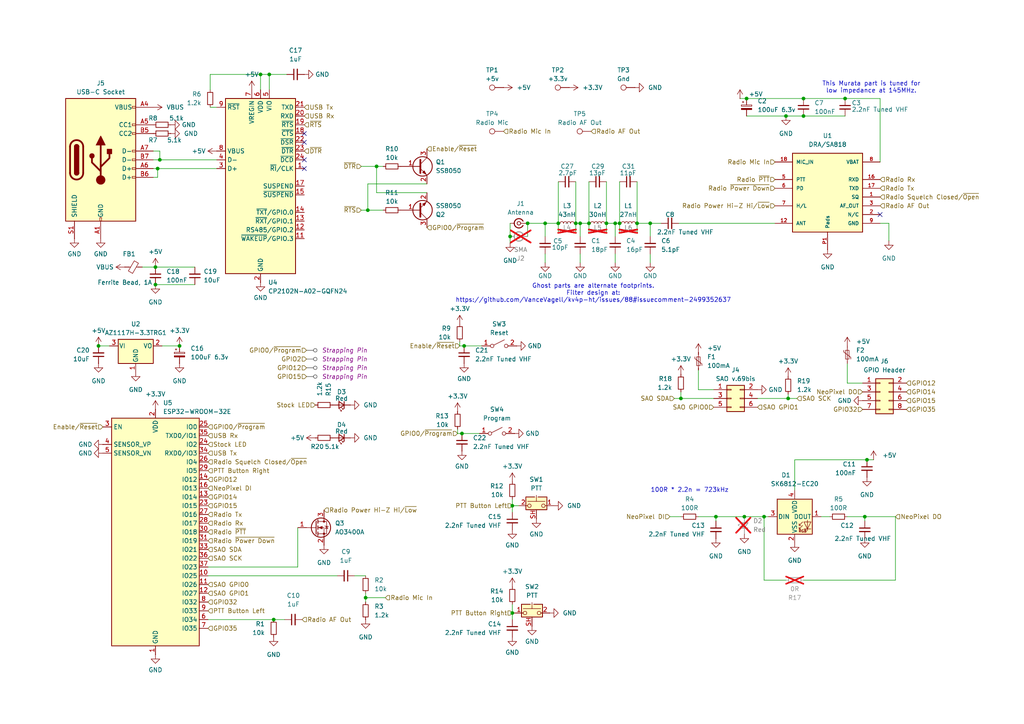
<source format=kicad_sch>
(kicad_sch (version 20231120) (generator "eeschema") (generator_version "8.0")
  (paper "A4")
  (title_block (title "kv4P HT") (date "2024-11-06") (rev "2.0b") (company "VanceVagell") (comment 1 "https://github.com/VanceVagell/kv4p-ht") (comment 2 "v2 hardware by @SmittyHalibut"))
  (junction (at 251.46 133.35))
  (junction (at 179.705 64.77))
  (junction (at 221.615 149.86))
  (junction (at 148.59 146.685))
  (junction (at 133.985 125.73))
  (junction (at 233.045 28.575))
  (junction (at 228.6 115.57))
  (junction (at 45.085 82.55))
  (junction (at 153.035 64.77))
  (junction (at 28.575 100.33))
  (junction (at 46.355 46.355))
  (junction (at 227.965 33.655))
  (junction (at 207.645 149.86))
  (junction (at 52.07 100.33))
  (junction (at 184.785 64.77))
  (junction (at 215.9 149.86))
  (junction (at 158.115 64.77))
  (junction (at 178.435 64.77))
  (junction (at 75.565 21.59))
  (junction (at 106.045 173.355))
  (junction (at 147.955 68.58))
  (junction (at 45.72 48.895))
  (junction (at 148.59 177.8))
  (junction (at 45.085 77.47))
  (junction (at 197.485 115.57))
  (junction (at 245.11 28.575))
  (junction (at 175.895 64.77))
  (junction (at 250.825 149.86))
  (junction (at 109.22 48.26))
  (junction (at 161.925 64.77))
  (junction (at 168.275 64.77))
  (junction (at 233.045 33.655))
  (junction (at 134.62 100.33))
  (junction (at 216.535 28.575))
  (junction (at 167.005 64.77))
  (junction (at 188.595 64.77))
  (junction (at 78.105 21.59))
  (junction (at 106.68 60.96))
  (junction (at 170.815 64.77))
  (junction (at 79.375 179.705))
  (no_connect (at 88.265 46.355))
  (no_connect (at 88.265 41.275))
  (no_connect (at 255.27 62.23))
  (no_connect (at 88.265 38.735))
  (no_connect (at 88.265 48.895))
  (wire (pts (xy 196.85 64.77) (xy 224.79 64.77)))
  (wire (pts (xy 75.565 21.59) (xy 78.105 21.59)))
  (wire (pts (xy 178.435 64.77) (xy 179.705 64.77)))
  (wire (pts (xy 104.775 60.96) (xy 106.68 60.96)))
  (wire (pts (xy 228.6 115.57) (xy 231.14 115.57)))
  (wire (pts (xy 197.485 115.57) (xy 207.01 115.57)))
  (wire (pts (xy 175.895 64.77) (xy 178.435 64.77)))
  (wire (pts (xy 202.565 107.315) (xy 202.565 113.03)))
  (wire (pts (xy 123.825 55.88) (xy 109.22 55.88)))
  (wire (pts (xy 228.6 114.3) (xy 228.6 115.57)))
  (wire (pts (xy 170.815 64.77) (xy 170.815 67.31)))
  (wire (pts (xy 46.99 100.33) (xy 52.07 100.33)))
  (wire (pts (xy 147.955 64.77) (xy 147.955 68.58)))
  (wire (pts (xy 245.745 111.125) (xy 250.19 111.125)))
  (wire (pts (xy 168.275 73.66) (xy 168.275 76.2)))
  (wire (pts (xy 184.785 64.77) (xy 184.785 67.31)))
  (wire (pts (xy 175.895 52.705) (xy 175.895 64.77)))
  (wire (pts (xy 132.715 125.73) (xy 132.715 124.46)))
  (wire (pts (xy 184.785 52.705) (xy 184.785 64.77)))
  (wire (pts (xy 178.435 64.77) (xy 178.435 68.58)))
  (wire (pts (xy 123.825 53.34) (xy 106.68 53.34)))
  (wire (pts (xy 219.71 115.57) (xy 228.6 115.57)))
  (wire (pts (xy 106.045 173.355) (xy 106.045 174.625)))
  (wire (pts (xy 175.895 64.77) (xy 175.895 67.31)))
  (wire (pts (xy 44.45 48.895) (xy 45.72 48.895)))
  (wire (pts (xy 41.275 77.47) (xy 45.085 77.47)))
  (wire (pts (xy 216.535 33.655) (xy 227.965 33.655)))
  (wire (pts (xy 202.565 149.86) (xy 207.645 149.86)))
  (wire (pts (xy 259.715 168.275) (xy 259.715 149.86)))
  (wire (pts (xy 195.58 115.57) (xy 197.485 115.57)))
  (wire (pts (xy 148.59 177.8) (xy 149.225 177.8)))
  (wire (pts (xy 238.125 149.86) (xy 240.665 149.86)))
  (wire (pts (xy 148.59 144.78) (xy 148.59 146.685)))
  (wire (pts (xy 147.955 68.58) (xy 147.955 70.485)))
  (wire (pts (xy 227.965 33.655) (xy 233.045 33.655)))
  (wire (pts (xy 106.68 60.96) (xy 111.125 60.96)))
  (wire (pts (xy 148.59 179.705) (xy 148.59 177.8)))
  (wire (pts (xy 188.595 64.77) (xy 188.595 68.58)))
  (wire (pts (xy 233.045 28.575) (xy 245.11 28.575)))
  (wire (pts (xy 215.9 149.86) (xy 221.615 149.86)))
  (wire (pts (xy 245.11 28.575) (xy 255.27 28.575)))
  (wire (pts (xy 133.35 100.33) (xy 133.35 99.06)))
  (wire (pts (xy 60.96 31.115) (xy 62.865 31.115)))
  (wire (pts (xy 168.275 64.77) (xy 170.815 64.77)))
  (wire (pts (xy 221.615 149.86) (xy 221.615 168.275)))
  (wire (pts (xy 45.72 51.435) (xy 45.72 48.895)))
  (wire (pts (xy 109.22 55.88) (xy 109.22 48.26)))
  (wire (pts (xy 45.085 77.47) (xy 56.515 77.47)))
  (wire (pts (xy 158.115 64.77) (xy 161.925 64.77)))
  (wire (pts (xy 46.355 43.815) (xy 46.355 46.355)))
  (wire (pts (xy 188.595 64.77) (xy 191.77 64.77)))
  (wire (pts (xy 44.45 43.815) (xy 46.355 43.815)))
  (wire (pts (xy 167.005 64.77) (xy 168.275 64.77)))
  (wire (pts (xy 133.985 125.73) (xy 132.715 125.73)))
  (wire (pts (xy 158.115 64.77) (xy 158.115 68.58)))
  (wire (pts (xy 150.495 146.685) (xy 148.59 146.685)))
  (wire (pts (xy 170.815 52.705) (xy 170.815 64.77)))
  (wire (pts (xy 109.22 48.26) (xy 111.125 48.26)))
  (wire (pts (xy 230.505 133.35) (xy 230.505 142.24)))
  (wire (pts (xy 161.925 64.77) (xy 161.925 67.31)))
  (wire (pts (xy 45.72 48.895) (xy 62.865 48.895)))
  (wire (pts (xy 245.745 149.86) (xy 250.825 149.86)))
  (wire (pts (xy 158.115 73.66) (xy 158.115 76.2)))
  (wire (pts (xy 178.435 73.66) (xy 178.435 76.2)))
  (wire (pts (xy 44.45 46.355) (xy 46.355 46.355)))
  (wire (pts (xy 153.035 64.77) (xy 158.115 64.77)))
  (wire (pts (xy 184.785 64.77) (xy 188.595 64.77)))
  (wire (pts (xy 167.005 64.77) (xy 167.005 67.31)))
  (wire (pts (xy 60.96 21.59) (xy 60.96 26.035)))
  (wire (pts (xy 216.535 28.575) (xy 233.045 28.575)))
  (wire (pts (xy 102.87 167.005) (xy 106.045 167.005)))
  (wire (pts (xy 148.59 175.26) (xy 148.59 177.8)))
  (wire (pts (xy 188.595 73.66) (xy 188.595 76.2)))
  (wire (pts (xy 168.275 64.77) (xy 168.275 68.58)))
  (wire (pts (xy 79.375 179.705) (xy 60.325 179.705)))
  (wire (pts (xy 202.565 113.03) (xy 207.01 113.03)))
  (wire (pts (xy 148.59 146.685) (xy 148.59 148.59)))
  (wire (pts (xy 257.81 64.77) (xy 257.81 69.85)))
  (wire (pts (xy 75.565 26.035) (xy 75.565 21.59)))
  (wire (pts (xy 134.62 100.33) (xy 139.7 100.33)))
  (wire (pts (xy 179.705 52.705) (xy 179.705 64.77)))
  (wire (pts (xy 60.325 167.005) (xy 97.79 167.005)))
  (wire (pts (xy 134.62 100.33) (xy 133.35 100.33)))
  (wire (pts (xy 255.27 64.77) (xy 257.81 64.77)))
  (wire (pts (xy 28.575 100.33) (xy 31.75 100.33)))
  (wire (pts (xy 60.325 164.465) (xy 86.36 164.465)))
  (wire (pts (xy 106.045 172.085) (xy 106.045 173.355)))
  (wire (pts (xy 106.045 173.355) (xy 111.76 173.355)))
  (wire (pts (xy 179.705 64.77) (xy 179.705 67.31)))
  (wire (pts (xy 251.46 133.35) (xy 230.505 133.35)))
  (wire (pts (xy 44.45 51.435) (xy 45.72 51.435)))
  (wire (pts (xy 133.985 125.73) (xy 139.065 125.73)))
  (wire (pts (xy 253.365 133.35) (xy 251.46 133.35)))
  (wire (pts (xy 207.645 149.86) (xy 207.645 151.13)))
  (wire (pts (xy 78.105 21.59) (xy 83.185 21.59)))
  (wire (pts (xy 255.27 46.99) (xy 255.27 28.575)))
  (wire (pts (xy 194.31 149.86) (xy 197.485 149.86)))
  (wire (pts (xy 86.36 164.465) (xy 86.36 153.035)))
  (wire (pts (xy 250.825 149.86) (xy 259.715 149.86)))
  (wire (pts (xy 106.68 53.34) (xy 106.68 60.96)))
  (wire (pts (xy 221.615 149.86) (xy 222.885 149.86)))
  (wire (pts (xy 104.775 48.26) (xy 109.22 48.26)))
  (wire (pts (xy 207.645 149.86) (xy 215.9 149.86)))
  (wire (pts (xy 153.035 64.77) (xy 153.035 68.58)))
  (wire (pts (xy 167.005 52.705) (xy 167.005 64.77)))
  (wire (pts (xy 161.925 52.705) (xy 161.925 64.77)))
  (wire (pts (xy 245.745 105.41) (xy 245.745 111.125)))
  (wire (pts (xy 45.085 82.55) (xy 56.515 82.55)))
  (wire (pts (xy 250.825 149.86) (xy 250.825 151.13)))
  (wire (pts (xy 233.045 33.655) (xy 245.11 33.655)))
  (wire (pts (xy 197.485 113.665) (xy 197.485 115.57)))
  (wire (pts (xy 46.355 46.355) (xy 62.865 46.355)))
  (wire (pts (xy 82.55 179.705) (xy 79.375 179.705)))
  (wire (pts (xy 78.105 26.035) (xy 78.105 21.59)))
  (wire (pts (xy 233.045 168.275) (xy 259.715 168.275)))
  (wire (pts (xy 214.63 28.575) (xy 216.535 28.575)))
  (wire (pts (xy 75.565 21.59) (xy 60.96 21.59)))
  (wire (pts (xy 221.615 168.275) (xy 227.965 168.275)))
  (text "Ghost parts are alternate footprints.\nFilter design at:\nhttps://github.com/VanceVagell/kv4p-ht/issues/88#issuecomment-2499352637" (at 172.085 85.09 0) (effects (font (size 1.27 1.27))))
  (text "100R * 2.2n = 723kHz" (at 200.025 142.24 0) (effects (font (size 1.27 1.27))))
  (text "This Murata part is tuned for\nlow impedance at 145MHz." (at 252.73 25.4 0) (effects (font (size 1.27 1.27))))
  (hierarchical_label "Enable{slash}~{Reset}" (shape input) (at 133.35 100.33 180))
  (hierarchical_label "SAO SCK" (shape input) (at 60.325 161.925 0))
  (hierarchical_label "Radio Squelch Closed{slash}~{Open}" (shape input) (at 60.325 133.985 0))
  (hierarchical_label "GPIO12" (shape input) (at 262.89 111.125 0))
  (hierarchical_label "~{RTS}" (shape input) (at 88.265 36.195 0))
  (hierarchical_label "Radio Rx" (shape input) (at 255.27 52.07 0))
  (hierarchical_label "Radio Rx" (shape input) (at 60.325 151.765 0))
  (hierarchical_label "GPIO12" (shape input) (at 88.9 106.68 180))
  (hierarchical_label "~{RTS}" (shape input) (at 104.775 60.96 180))
  (hierarchical_label "GPIO2" (shape input) (at 88.9 104.14 180))
  (hierarchical_label "PTT Button Right" (shape input) (at 60.325 136.525 0))
  (hierarchical_label "~{DTR}" (shape input) (at 104.775 48.26 180))
  (hierarchical_label "GPIO32" (shape input) (at 250.19 118.745 180))
  (hierarchical_label "GPIO14" (shape input) (at 262.89 113.665 0))
  (hierarchical_label "GPIO0{slash}~{Program}" (shape input) (at 123.825 66.04 0))
  (hierarchical_label "Enable{slash}~{Reset}" (shape input) (at 29.845 123.825 180))
  (hierarchical_label "Stock LED" (shape input) (at 60.325 128.905 0))
  (hierarchical_label "USB Tx" (shape input) (at 60.325 131.445 0))
  (hierarchical_label "NeoPixel DO" (shape input) (at 259.715 149.86 0))
  (hierarchical_label "Radio AF Out" (shape input) (at 255.27 59.69 0))
  (hierarchical_label "GPIO0{slash}~{Program}" (shape input) (at 132.715 125.73 180))
  (hierarchical_label "USB Tx" (shape input) (at 88.265 31.115 0))
  (hierarchical_label "GPIO32" (shape input) (at 60.325 174.625 0))
  (hierarchical_label "GPIO12" (shape input) (at 60.325 139.065 0))
  (hierarchical_label "PTT Button Left" (shape input) (at 148.59 146.685 180))
  (hierarchical_label "Radio Mic In" (shape input) (at 111.76 173.355 0))
  (hierarchical_label "GPIO0{slash}~{Program}" (shape input) (at 60.325 123.825 0))
  (hierarchical_label "SAO SDA" (shape input) (at 195.58 115.57 180))
  (hierarchical_label "SAO SCK" (shape input) (at 231.14 115.57 0))
  (hierarchical_label "GPIO15" (shape input) (at 262.89 116.205 0))
  (hierarchical_label "Radio Squelch Closed{slash}~{Open}" (shape input) (at 255.27 57.15 0))
  (hierarchical_label "SAO GPIO0" (shape input) (at 60.325 169.545 0))
  (hierarchical_label "SAO GPIO0" (shape input) (at 207.01 118.11 180))
  (hierarchical_label "Enable{slash}~{Reset}" (shape input) (at 123.825 43.18 0))
  (hierarchical_label "Stock LED" (shape input) (at 91.44 117.475 180))
  (hierarchical_label "Radio Power Hi-Z Hi{slash}~{Low}" (shape input) (at 93.98 147.955 0))
  (hierarchical_label "PTT Button Right" (shape input) (at 148.59 177.8 180))
  (hierarchical_label "USB Rx" (shape input) (at 88.265 33.655 0))
  (hierarchical_label "USB Rx" (shape input) (at 60.325 126.365 0))
  (hierarchical_label "Radio Tx" (shape input) (at 60.325 149.225 0))
  (hierarchical_label "Radio AF Out" (shape input) (at 171.45 38.1 0))
  (hierarchical_label "Radio Mic In" (shape input) (at 224.79 46.99 180))
  (hierarchical_label "GPIO15" (shape input) (at 88.9 109.22 180))
  (hierarchical_label "Radio Power Hi-Z Hi{slash}~{Low}" (shape input) (at 224.79 59.69 180))
  (hierarchical_label "GPIO35" (shape input) (at 262.89 118.745 0))
  (hierarchical_label "NeoPixel DO" (shape input) (at 250.19 113.665 180))
  (hierarchical_label "PTT Button Left" (shape input) (at 60.325 177.165 0))
  (hierarchical_label "NeoPixel DI" (shape input) (at 60.325 141.605 0))
  (hierarchical_label "GPIO14" (shape input) (at 60.325 144.145 0))
  (hierarchical_label "Radio AF Out" (shape input) (at 87.63 179.705 0))
  (hierarchical_label "NeoPixel DI" (shape input) (at 194.31 149.86 180))
  (hierarchical_label "SAO GPIO1" (shape input) (at 60.325 172.085 0))
  (hierarchical_label "Radio ~{PTT}" (shape input) (at 224.79 52.07 180))
  (hierarchical_label "Radio ~{Power Down}" (shape input) (at 224.79 54.61 180))
  (hierarchical_label "GPIO15" (shape input) (at 60.325 146.685 0))
  (hierarchical_label "GPIO0{slash}~{Program}" (shape input) (at 88.9 101.6 180))
  (hierarchical_label "~{DTR}" (shape input) (at 88.265 43.815 0))
  (hierarchical_label "Radio Tx" (shape input) (at 255.27 54.61 0))
  (hierarchical_label "GPIO35" (shape input) (at 60.325 182.245 0))
  (hierarchical_label "SAO SDA" (shape input) (at 60.325 159.385 0))
  (hierarchical_label "Radio Mic In" (shape input) (at 146.05 38.1 0))
  (hierarchical_label "SAO GPIO1" (shape input) (at 219.71 118.11 0))
  (hierarchical_label "Radio ~{Power Down}" (shape input) (at 60.325 156.845 0))
  (hierarchical_label "Radio ~{PTT}" (shape input) (at 60.325 154.305 0))
  (netclass_flag "" (length 2.54) (shape round) (at 88.9 104.14 270) (property "Netclass" "Strapping Pin" (at 93.345 104.14 0) (effects (font (italic yes)) (justify left))))
  (netclass_flag "" (length 2.54) (shape round) (at 88.9 101.6 270) (property "Netclass" "Strapping Pin" (at 93.345 101.6 0) (effects (font (italic yes)) (justify left))))
  (netclass_flag "" (length 2.54) (shape round) (at 88.9 109.22 270) (property "Netclass" "Strapping Pin" (at 93.345 109.22 0) (effects (font (italic yes)) (justify left))))
  (netclass_flag "" (length 2.54) (shape round) (at 88.9 106.68 270) (property "Netclass" "Strapping Pin" (at 93.345 106.68 0) (effects (font (italic yes)) (justify left))))
  (symbol (lib_id "power:+5V") (at 91.44 127 90) (unit 1)
    (property "Reference" "#PWR056" (effects (hide yes)))
    (property "Value" "+5V" (at 88.265 126.9999 90) (effects (justify left)))
    (property "Description" "Power symbol creates a global label with name \"+5V\"" (effects (hide yes)))
  )
  (symbol (lib_id "Device:LED_Small") (at 99.06 117.475 180) (unit 1)
    (property "Reference" "D3" (at 99.06 113.665 0))
    (property "Value" "Red" (at 99.06 115.57 0))
    (property "Footprint" "LED_SMD:LED_0603_1608Metric" (effects (hide yes)))
    (property "Description" "Light emitting diode, small symbol" (effects (hide yes)))
    (property "LCSC" "C2286" (effects (hide yes)))
  )
  (symbol (lib_id "Device:L_Small") (at 164.465 64.77 90) (unit 1)
    (property "Reference" "L3" (at 164.465 59.69 90))
    (property "Value" "43nH" (at 164.465 62.23 90))
    (property "Footprint" "Inductor_SMD:L_0603_1608Metric" (effects (hide yes)))
    (property "LCSC" "C574016" (effects (hide yes)))
    (property "Part Number" "SWI0603F-43NG" (effects (hide yes)))
    (property "Alternate LCSC" "C1330253 (0805)" (effects (hide yes)))
  )
  (symbol (lib_id "Interface_USB:CP2102N-Axx-xQFN24") (at 75.565 53.975 0) (unit 1)
    (property "Reference" "U4" (at 77.7591 81.915 0) (effects (justify left)))
    (property "Value" "CP2102N-A02-GQFN24" (at 77.7591 84.455 0) (effects (justify left)))
    (property "Footprint" "Package_DFN_QFN:QFN-24-1EP_4x4mm_P0.5mm_EP2.6x2.6mm" (effects (hide yes)))
    (property "Datasheet" "https://www.silabs.com/documents/public/data-sheets/cp2102n-datasheet.pdf" (effects (hide yes)))
    (property "Description" "USB to UART master bridge, QFN-24" (effects (hide yes)))
    (property "LCSC" "C969151" (effects (hide yes)))
  )
  (symbol (lib_id "power:GND") (at 207.645 156.21 0) (unit 1)
    (property "Reference" "#PWR018" (effects (hide yes)))
    (property "Value" "GND" (at 207.645 161.29 0))
    (property "Description" "Power symbol creates a global label with name \"GND\" , ground" (effects (hide yes)))
  )
  (symbol (lib_id "Device:R_Small") (at 113.665 60.96 270) (unit 1)
    (property "Reference" "R11" (at 113.665 55.88 90))
    (property "Value" "10k" (at 113.665 58.42 90))
    (property "Footprint" "Resistor_SMD:R_0603_1608Metric" (effects (hide yes)))
    (property "LCSC" "C25804" (effects (hide yes)))
  )
  (symbol (lib_id "power:+5V") (at 253.365 133.35 0) (unit 1)
    (property "Reference" "#PWR014" (effects (hide yes)))
    (property "Value" "+5V" (at 255.905 132.0799 0) (effects (justify left)))
    (property "Description" "Power symbol creates a global label with name \"+5V\"" (effects (hide yes)))
  )
  (symbol (lib_id "Device:C_Polarized_Small") (at 52.07 102.87 0) (unit 1)
    (property "Reference" "C16" (at 55.245 101.0538 0) (effects (justify left)))
    (property "Value" "100uF 6.3v" (at 55.245 103.5938 0) (effects (justify left)))
    (property "Footprint" "Capacitor_Tantalum_SMD:CP_EIA-3528-21_Kemet-B" (effects (hide yes)))
    (property "Description" "Polarized capacitor, small symbol" (effects (hide yes)))
    (property "LCSC" "C16133" (effects (hide yes)))
  )
  (symbol (lib_id "Device:C_Small") (at 168.275 71.12 180) (unit 1)
    (property "Reference" "C1" (at 171.45 69.8435 0) (effects (justify right)))
    (property "Value" "18pF" (at 171.45 72.3835 0) (effects (justify right)))
    (property "Footprint" "Capacitor_SMD:C_0402_1005Metric" (effects (hide yes)))
    (property "LCSC" "C1549" (effects (hide yes)))
    (property "Part Number" "Ya basic." (effects (hide yes)))
  )
  (symbol (lib_id "RF_Module:ESP32-WROOM-32E") (at 45.085 154.305 0) (unit 1)
    (property "Reference" "U5" (at 47.2791 116.84 0) (effects (justify left)))
    (property "Value" "ESP32-WROOM-32E" (at 47.2791 119.38 0) (effects (justify left)))
    (property "Footprint" "RF_Module:ESP32-WROOM-32D" (effects (hide yes)))
    (property "Datasheet" "https://www.espressif.com/sites/default/files/documentation/esp32-wroom-32e_esp32-wroom-32ue_datasheet_en.pdf" (effects (hide yes)))
    (property "Description" "RF Module, ESP32-D0WD-V3 SoC, without PSRAM, Wi-Fi 802.11b/g/n, Bluetooth, BLE, 32-bit, 2.7-3.6V, onboard antenna, SMD" (effects (hide yes)))
    (property "LCSC" "C701341" (effects (hide yes)))
  )
  (symbol (lib_id "power:GND") (at 215.9 154.94 0) (unit 1)
    (property "Reference" "#PWR019" (effects (hide yes)))
    (property "Value" "GND" (at 215.9 160.02 0))
    (property "Description" "Power symbol creates a global label with name \"GND\" , ground" (effects (hide yes)))
  )
  (symbol (lib_id "Switch:SW_Push_Shielded") (at 154.305 177.8 0) (unit 1)
    (property "Reference" "SW2" (at 154.305 170.18 0))
    (property "Value" "PTT" (at 154.305 172.72 0))
    (property "Footprint" "kv4p-ht:SW-Push-SPST-Horizontal-C381061" (effects (hide yes)))
    (property "Description" "Generic push-button switch, two contact pins and shield pin(s)" (effects (hide yes)))
    (property "LCSC" "C381061" (effects (hide yes)))
  )
  (symbol (lib_id "Regulator_Linear:AZ1117-3.3") (at 39.37 100.33 0) (unit 1)
    (property "Reference" "U2" (at 39.37 93.98 0))
    (property "Value" "AZ1117H-3.3TRG1" (at 39.37 96.52 0))
    (property "Footprint" "Package_TO_SOT_SMD:SOT-223-3_TabPin2" (effects (hide yes)))
    (property "Datasheet" "https://www.diodes.com/assets/Datasheets/AZ1117.pdf" (effects (hide yes)))
    (property "Description" "1A 20V Fixed LDO Linear Regulator, 3.3V, SOT-89/SOT-223/TO-220/TO-252/TO-263" (effects (hide yes)))
    (property "LCSC" "C110474" (effects (hide yes)))
  )
  (symbol (lib_id "power:+5V") (at 28.575 100.33 0) (unit 1)
    (property "Reference" "#PWR045" (effects (hide yes)))
    (property "Value" "+5V" (at 28.575 95.885 0))
    (property "Description" "Power symbol creates a global label with name \"+5V\"" (effects (hide yes)))
  )
  (symbol (lib_id "Device:L_Small") (at 182.245 67.31 90) (unit 1) (in_bom no) (dnp yes)
    (property "Reference" "L6" (at 182.245 66.04 90))
    (property "Value" "~" (at 182.245 64.77 90))
    (property "Footprint" "Inductor_SMD:L_0603_1608Metric" (effects (hide yes)))
  )
  (symbol (lib_id "Device:L_Small") (at 164.465 67.31 90) (unit 1) (in_bom no) (dnp yes)
    (property "Reference" "L4" (at 164.465 66.04 90))
    (property "Value" "~" (at 164.465 64.77 90))
    (property "Footprint" "Inductor_SMD:L_0805_2012Metric" (effects (hide yes)))
  )
  (symbol (lib_id "Device:R_Small") (at 228.6 111.76 180) (unit 1)
    (property "Reference" "R19" (at 231.14 110.4899 0) (effects (justify right)))
    (property "Value" "1.2k" (at 231.14 113.0299 0) (effects (justify right)))
    (property "Footprint" "Resistor_SMD:R_0603_1608Metric" (effects (hide yes)))
    (property "LCSC" "C22765" (effects (hide yes)))
  )
  (symbol (lib_id "Device:R_Small") (at 106.045 177.165 180) (unit 1)
    (property "Reference" "R3" (at 108.585 175.8949 0) (effects (justify right)))
    (property "Value" "1.2k" (at 108.585 178.4349 0) (effects (justify right)))
    (property "Footprint" "Resistor_SMD:R_0603_1608Metric" (effects (hide yes)))
    (property "LCSC" "C22765" (effects (hide yes)))
  )
  (symbol (lib_id "power:GND") (at 149.225 125.73 90) (unit 1)
    (property "Reference" "#PWR047" (effects (hide yes)))
    (property "Value" "GND" (at 152.4 125.7299 90) (effects (justify right)))
    (property "Description" "Power symbol creates a global label with name \"GND\" , ground" (effects (hide yes)))
  )
  (symbol (lib_id "Device:C_Small") (at 182.245 52.705 90) (mirror x) (unit 1)
    (property "Reference" "C31" (at 180.34 48.26 90) (effects (justify right)))
    (property "Value" "11pF" (at 179.705 50.165 90) (effects (justify right)))
    (property "Footprint" "Capacitor_SMD:C_0402_1005Metric" (effects (hide yes)))
    (property "LCSC" "C527000" (effects (hide yes)))
  )
  (symbol (lib_id "power:GND") (at 159.385 177.8 90) (unit 1)
    (property "Reference" "#PWR023" (effects (hide yes)))
    (property "Value" "GND" (at 163.195 177.7999 90) (effects (justify right)))
    (property "Description" "Power symbol creates a global label with name \"GND\" , ground" (effects (hide yes)))
  )
  (symbol (lib_id "power:GND") (at 148.59 184.785 0) (unit 1)
    (property "Reference" "#PWR028" (effects (hide yes)))
    (property "Value" "GND" (at 148.59 189.23 0))
    (property "Description" "Power symbol creates a global label with name \"GND\" , ground" (effects (hide yes)))
  )
  (symbol (lib_id "Device:LED_Small") (at 215.9 152.4 90) (unit 1) (in_bom no) (dnp yes)
    (property "Reference" "D2" (at 218.44 151.0664 90) (effects (justify right)))
    (property "Value" "Red" (at 218.44 153.6064 90) (effects (justify right)))
    (property "Footprint" "LED_SMD:LED_0603_1608Metric" (effects (hide yes)))
    (property "Description" "Light emitting diode, small symbol" (effects (hide yes)))
    (property "LCSC" "C2286" (effects (hide yes)))
  )
  (symbol (lib_id "power:GND") (at 79.375 184.785 0) (unit 1)
    (property "Reference" "#PWR013" (effects (hide yes)))
    (property "Value" "GND" (at 79.375 189.865 0))
    (property "Description" "Power symbol creates a global label with name \"GND\" , ground" (effects (hide yes)))
  )
  (symbol (lib_id "Connector:TestPoint") (at 165.1 25.4 90) (unit 1) (in_bom no)
    (property "Reference" "TP2" (at 161.798 20.32 90))
    (property "Value" "+3.3v" (at 161.798 22.86 90))
    (property "Footprint" "TestPoint:TestPoint_Pad_D1.5mm" (effects (hide yes)))
    (property "Description" "test point" (effects (hide yes)))
  )
  (symbol (lib_id "power:VBUS") (at 44.45 31.115 270) (unit 1)
    (property "Reference" "#PWR043" (effects (hide yes)))
    (property "Value" "VBUS" (at 48.26 31.1149 90) (effects (justify left)))
    (property "Description" "Power symbol creates a global label with name \"VBUS\"" (effects (hide yes)))
  )
  (symbol (lib_id "Connector:TestPoint") (at 146.05 38.1 90) (unit 1) (in_bom no)
    (property "Reference" "TP4" (at 142.748 33.02 90))
    (property "Value" "Radio Mic" (at 142.748 35.56 90))
    (property "Footprint" "TestPoint:TestPoint_Pad_D1.5mm" (effects (hide yes)))
    (property "Description" "test point" (effects (hide yes)))
  )
  (symbol (lib_id "power:+3.3V") (at 133.35 93.98 0) (unit 1)
    (property "Reference" "#PWR048" (effects (hide yes)))
    (property "Value" "+3.3V" (at 133.35 89.535 0))
    (property "Description" "Power symbol creates a global label with name \"+3.3V\"" (effects (hide yes)))
  )
  (symbol (lib_id "Device:L_Small") (at 182.245 64.77 90) (unit 1)
    (property "Reference" "L1" (at 182.245 59.69 90))
    (property "Value" "27nH" (at 182.245 62.23 90))
    (property "Footprint" "Inductor_SMD:L_0805_2012Metric" (effects (hide yes)))
    (property "LCSC" "C1330812" (effects (hide yes)))
    (property "Part Number" "LQW2BAN27NJ00L" (effects (hide yes)))
  )
  (symbol (lib_id "Device:R_Small") (at 46.99 38.735 90) (mirror x) (unit 1)
    (property "Reference" "R7" (at 45.72 40.64 90) (effects (justify left)))
    (property "Value" "5.1k" (at 52.705 40.64 90) (effects (justify left)))
    (property "Footprint" "Resistor_SMD:R_0603_1608Metric" (effects (hide yes)))
    (property "Description" "Resistor, small symbol" (effects (hide yes)))
    (property "LCSC" "C26000" (effects (hide yes)))
  )
  (symbol (lib_id "power:GND") (at 149.86 100.33 90) (unit 1)
    (property "Reference" "#PWR046" (effects (hide yes)))
    (property "Value" "GND" (at 153.035 100.3299 90) (effects (justify right)))
    (property "Description" "Power symbol creates a global label with name \"GND\" , ground" (effects (hide yes)))
  )
  (symbol (lib_id "power:GND") (at 52.07 105.41 0) (unit 1)
    (property "Reference" "#PWR032" (effects (hide yes)))
    (property "Value" "GND" (at 52.07 110.49 0))
    (property "Description" "Power symbol creates a global label with name \"GND\" , ground" (effects (hide yes)))
  )
  (symbol (lib_id "Device:R_Small") (at 148.59 172.72 0) (mirror x) (unit 1)
    (property "Reference" "R14" (at 146.05 171.4499 0) (effects (justify right)))
    (property "Value" "10k" (at 146.05 173.9899 0) (effects (justify right)))
    (property "Footprint" "Resistor_SMD:R_0603_1608Metric" (effects (hide yes)))
    (property "LCSC" "C25804" (effects (hide yes)))
  )
  (symbol (lib_id "Device:C_Small") (at 194.31 64.77 90) (unit 1)
    (property "Reference" "C8" (at 194.31 62.23 90))
    (property "Value" "2.2nF Tuned VHF" (at 198.755 67.31 90))
    (property "Footprint" "Capacitor_SMD:C_0603_1608Metric" (effects (hide yes)))
    (property "Description" "Unpolarized capacitor, small symbol" (effects (hide yes)))
    (property "LCSC" "C2168957" (effects (hide yes)))
    (property "Manufacturer" "Murata" (effects (hide yes)))
    (property "Part Number" "GCM1885C1H222FA16D" (effects (hide yes)))
    (property "Alternate LCSC" "C882578, C2168957" (effects (hide yes)))
  )
  (symbol (lib_id "Connector:Conn_Coaxial_Small") (at 150.495 68.58 0) (mirror y) (unit 1) (in_bom no) (dnp yes)
    (property "Reference" "J2" (at 151.0145 74.93 0))
    (property "Value" "SMA" (at 151.0145 72.39 0))
    (property "Footprint" "Connector_Coaxial:SMA_Molex_73251-2120_EdgeMount_Horizontal" (effects (hide yes)))
  )
  (symbol (lib_id "power:GND") (at 168.275 76.2 0) (unit 1)
    (property "Reference" "#PWR07" (effects (hide yes)))
    (property "Value" "GND" (at 168.275 80.01 0))
    (property "Description" "Power symbol creates a global label with name \"GND\" , ground" (effects (hide yes)))
  )
  (symbol (lib_id "Transistor_BJT:SS8050") (at 121.285 48.26 0) (unit 1)
    (property "Reference" "Q1" (at 126.365 46.9899 0) (effects (justify left)))
    (property "Value" "SS8050" (at 126.365 49.5299 0) (effects (justify left)))
    (property "Footprint" "Package_TO_SOT_SMD:SOT-23" (effects (hide yes)))
    (property "Datasheet" "http://www.secosgmbh.com/datasheet/products/SSMPTransistor/SOT-23/SS8050.pdf" (effects (hide yes)))
    (property "Description" "General Purpose NPN Transistor, 1.5A Ic, 25V Vce, SOT-23" (effects (hide yes)))
    (property "LCSC" "C2150" (effects (hide yes)))
  )
  (symbol (lib_id "Device:C_Small") (at 158.115 71.12 180) (unit 1)
    (property "Reference" "C5" (at 160.4391 69.9014 0) (effects (justify right)))
    (property "Value" "10pF" (at 160.02 71.755 0) (effects (justify right)))
    (property "Footprint" "Capacitor_SMD:C_0402_1005Metric" (effects (hide yes)))
    (property "LCSC" "C32949" (effects (hide yes)))
    (property "Part Number" "Ya so basic." (effects (hide yes)))
  )
  (symbol (lib_id "power:GND") (at 101.6 127 90) (unit 1)
    (property "Reference" "#PWR055" (effects (hide yes)))
    (property "Value" "GND" (at 105.41 126.9999 90) (effects (justify right)))
    (property "Description" "Power symbol creates a global label with name \"GND\" , ground" (effects (hide yes)))
  )
  (symbol (lib_id "Switch:SW_Push_Shielded") (at 155.575 146.685 0) (mirror y) (unit 1)
    (property "Reference" "SW1" (at 155.575 139.065 0))
    (property "Value" "PTT" (at 155.575 141.605 0))
    (property "Footprint" "kv4p-ht:SW-Push-SPST-Horizontal-C381061" (effects (hide yes)))
    (property "Description" "Generic push-button switch, two contact pins and shield pin(s)" (effects (hide yes)))
    (property "LCSC" "C381061" (effects (hide yes)))
  )
  (symbol (lib_id "Device:R_Small") (at 46.99 36.195 90) (unit 1)
    (property "Reference" "R8" (at 45.72 34.29 90) (effects (justify left)))
    (property "Value" "5.1k" (at 53.34 34.29 90) (effects (justify left)))
    (property "Footprint" "Resistor_SMD:R_0603_1608Metric" (effects (hide yes)))
    (property "Description" "Resistor, small symbol" (effects (hide yes)))
    (property "LCSC" "C26000" (effects (hide yes)))
  )
  (symbol (lib_id "Device:Polyfuse_Small") (at 245.745 102.87 0) (unit 1)
    (property "Reference" "F2" (at 248.285 101.5999 0) (effects (justify left)))
    (property "Value" "100mA" (at 248.285 104.1399 0) (effects (justify left)))
    (property "Footprint" "Fuse:Fuse_0603_1608Metric" (effects (hide yes)))
    (property "Description" "Resettable fuse, polymeric positive temperature coefficient, small symbol" (effects (hide yes)))
    (property "LCSC" "C369142" (effects (hide yes)))
  )
  (symbol (lib_id "Transistor_FET:AO3400A") (at 91.44 153.035 0) (unit 1)
    (property "Reference" "Q3" (at 97.155 151.7649 0) (effects (justify left)))
    (property "Value" "AO3400A" (at 97.155 154.3049 0) (effects (justify left)))
    (property "Footprint" "Package_TO_SOT_SMD:SOT-23" (effects (hide yes)))
    (property "Datasheet" "http://www.aosmd.com/pdfs/datasheet/AO3400A.pdf" (effects (hide yes)))
    (property "Description" "30V Vds, 5.7A Id, N-Channel MOSFET, SOT-23" (effects (hide yes)))
    (property "LCSC" "C20917" (effects (hide yes)))
  )
  (symbol (lib_id "power:GND") (at 28.575 105.41 0) (unit 1)
    (property "Reference" "#PWR029" (effects (hide yes)))
    (property "Value" "GND" (at 28.575 110.49 0))
    (property "Description" "Power symbol creates a global label with name \"GND\" , ground" (effects (hide yes)))
  )
  (symbol (lib_id "power:GND") (at 88.265 21.59 90) (unit 1)
    (property "Reference" "#PWR033" (effects (hide yes)))
    (property "Value" "GND" (at 91.44 21.5899 90) (effects (justify right)))
    (property "Description" "Power symbol creates a global label with name \"GND\" , ground" (effects (hide yes)))
  )
  (symbol (lib_id "power:GND") (at 49.53 38.735 90) (unit 1)
    (property "Reference" "#PWR041" (effects (hide yes)))
    (property "Value" "GND" (at 53.34 38.7349 90) (effects (justify right)))
    (property "Description" "Power symbol creates a global label with name \"GND\" , ground" (effects (hide yes)))
  )
  (symbol (lib_id "power:GND") (at 106.045 179.705 0) (unit 1)
    (property "Reference" "#PWR012" (effects (hide yes)))
    (property "Value" "GND" (at 106.045 184.785 0))
    (property "Description" "Power symbol creates a global label with name \"GND\" , ground" (effects (hide yes)))
  )
  (symbol (lib_id "power:+3.3V") (at 132.715 119.38 0) (unit 1)
    (property "Reference" "#PWR049" (effects (hide yes)))
    (property "Value" "+3.3V" (at 132.715 114.935 0))
    (property "Description" "Power symbol creates a global label with name \"+3.3V\"" (effects (hide yes)))
  )
  (symbol (lib_id "power:+5V") (at 146.05 25.4 270) (mirror x) (unit 1)
    (property "Reference" "#PWR059" (effects (hide yes)))
    (property "Value" "+5V" (at 149.86 25.3999 90) (effects (justify left)))
    (property "Description" "Power symbol creates a global label with name \"+5V\"" (effects (hide yes)))
  )
  (symbol (lib_id "Device:R_Small") (at 197.485 111.125 0) (mirror x) (unit 1)
    (property "Reference" "R18" (at 194.945 109.8549 0) (effects (justify right)))
    (property "Value" "1.2k" (at 194.945 112.3949 0) (effects (justify right)))
    (property "Footprint" "Resistor_SMD:R_0603_1608Metric" (effects (hide yes)))
    (property "LCSC" "C22765" (effects (hide yes)))
  )
  (symbol (lib_id "power:GND") (at 240.03 72.39 0) (unit 1)
    (property "Reference" "#PWR03" (effects (hide yes)))
    (property "Value" "GND" (at 240.03 77.47 0))
    (property "Description" "Power symbol creates a global label with name \"GND\" , ground" (effects (hide yes)))
  )
  (symbol (lib_id "Device:R_Small") (at 113.665 48.26 270) (unit 1)
    (property "Reference" "R10" (at 113.665 43.18 90))
    (property "Value" "10k" (at 113.665 45.72 90))
    (property "Footprint" "Resistor_SMD:R_0603_1608Metric" (effects (hide yes)))
    (property "LCSC" "C25804" (effects (hide yes)))
  )
  (symbol (lib_id "Device:R_Small") (at 148.59 142.24 0) (mirror x) (unit 1)
    (property "Reference" "R12" (at 146.05 140.9699 0) (effects (justify right)))
    (property "Value" "10k" (at 146.05 143.5099 0) (effects (justify right)))
    (property "Footprint" "Resistor_SMD:R_0603_1608Metric" (effects (hide yes)))
    (property "LCSC" "C25804" (effects (hide yes)))
  )
  (symbol (lib_id "power:GND") (at 49.53 36.195 90) (unit 1)
    (property "Reference" "#PWR040" (effects (hide yes)))
    (property "Value" "GND" (at 52.705 36.1949 90) (effects (justify right)))
    (property "Description" "Power symbol creates a global label with name \"GND\" , ground" (effects (hide yes)))
  )
  (symbol (lib_id "Device:L_Small") (at 173.355 67.31 90) (unit 1) (in_bom no) (dnp yes)
    (property "Reference" "L5" (at 173.355 66.04 90))
    (property "Value" "~" (at 173.355 64.77 90))
    (property "Footprint" "Inductor_SMD:L_0603_1608Metric" (effects (hide yes)))
  )
  (symbol (lib_id "Connector_Generic:Conn_02x04_Odd_Even") (at 255.27 113.665 0) (unit 1)
    (property "Reference" "J6" (at 256.54 104.775 0))
    (property "Value" "GPIO Header" (at 256.54 107.315 0))
    (property "Footprint" "Connector_PinHeader_2.54mm:PinHeader_2x04_P2.54mm_Vertical_SMD" (effects (hide yes)))
    (property "Description" "Generic connector, double row, 02x04, odd/even pin numbering scheme (row 1 odd numbers, row 2 even numbers), script generated (kicad-library-utils/schlib/autogen/connector/)" (effects (hide yes)))
    (property "LCSC" "C192300" (effects (hide yes)))
  )
  (symbol (lib_id "Device:L_Small") (at 173.355 64.77 90) (unit 1)
    (property "Reference" "L2" (at 173.355 59.69 90))
    (property "Value" "30nH" (at 173.355 62.23 90))
    (property "Footprint" "Inductor_SMD:L_0805_2012Metric" (effects (hide yes)))
    (property "LCSC" "C5137205" (effects (hide yes)))
    (property "Part Number" "FHW0805UC030JGT" (effects (hide yes)))
    (property "Alternate LCSC" "C3221803" (effects (hide yes)))
  )
  (symbol (lib_id "power:GND") (at 178.435 76.2 0) (unit 1)
    (property "Reference" "#PWR08" (effects (hide yes)))
    (property "Value" "GND" (at 178.435 80.01 0))
    (property "Description" "Power symbol creates a global label with name \"GND\" , ground" (effects (hide yes)))
  )
  (symbol (lib_id "Device:C_Small") (at 148.59 182.245 0) (mirror y) (unit 1)
    (property "Reference" "C14" (at 145.415 180.9812 0) (effects (justify left)))
    (property "Value" "2.2nF Tuned VHF" (at 145.415 183.5212 0) (effects (justify left)))
    (property "Footprint" "Capacitor_SMD:C_0603_1608Metric" (effects (hide yes)))
    (property "Description" "Unpolarized capacitor, small symbol" (effects (hide yes)))
    (property "LCSC" "C2168957" (effects (hide yes)))
    (property "Manufacturer" "Murata" (effects (hide yes)))
    (property "Part Number" "GCM1885C1H222FA16D" (effects (hide yes)))
    (property "Alternate LCSC" "C882578, C2168957" (effects (hide yes)))
  )
  (symbol (lib_id "power:GND") (at 250.825 156.21 0) (unit 1)
    (property "Reference" "#PWR010" (effects (hide yes)))
    (property "Value" "GND" (at 250.825 161.29 0))
    (property "Description" "Power symbol creates a global label with name \"GND\" , ground" (effects (hide yes)))
  )
  (symbol (lib_id "power:VBUS") (at 36.195 77.47 90) (unit 1)
    (property "Reference" "#PWR044" (effects (hide yes)))
    (property "Value" "VBUS" (at 33.02 77.4699 90) (effects (justify left)))
    (property "Description" "Power symbol creates a global label with name \"VBUS\"" (effects (hide yes)))
  )
  (symbol (lib_id "power:GND") (at 101.6 117.475 90) (unit 1)
    (property "Reference" "#PWR054" (effects (hide yes)))
    (property "Value" "GND" (at 105.41 117.4749 90) (effects (justify right)))
    (property "Description" "Power symbol creates a global label with name \"GND\" , ground" (effects (hide yes)))
  )
  (symbol (lib_id "Device:C_Small") (at 100.33 167.005 270) (unit 1)
    (property "Reference" "C9" (at 100.3236 160.02 90))
    (property "Value" "1uF" (at 100.3236 162.56 90))
    (property "Footprint" "Capacitor_SMD:C_0603_1608Metric" (effects (hide yes)))
    (property "Description" "Unpolarized capacitor, small symbol" (effects (hide yes)))
    (property "LCSC" "C15849" (effects (hide yes)))
  )
  (symbol (lib_id "power:+5V") (at 73.025 26.035 0) (unit 1)
    (property "Reference" "#PWR035" (effects (hide yes)))
    (property "Value" "+5V" (at 73.025 21.59 0))
    (property "Description" "Power symbol creates a global label with name \"+5V\"" (effects (hide yes)))
  )
  (symbol (lib_id "DRA818V:DRA818V") (at 240.03 57.15 0) (unit 1) (in_bom no)
    (property "Reference" "U1" (at 240.03 39.37 0))
    (property "Value" "DRA/SA818" (at 240.03 41.91 0))
    (property "Footprint" "easyeda:DRA818V_DORJI_DRA818V" (effects (hide yes)))
    (property "Description_1" "\n" (effects (hide yes)))
    (property "Price" "None" (effects (hide yes)))
    (property "PART_REV" "1.23" (effects (hide yes)))
    (property "SnapEDA_Link" "https://www.snapeda.com/parts/DRA818V/DORJI/view-part/?ref=snap" (effects (hide yes)))
    (property "Availability" "Not in stock" (effects (hide yes)))
  )
  (symbol (lib_id "power:+5V") (at 45.085 77.47 0) (unit 1)
    (property "Reference" "#PWR036" (effects (hide yes)))
    (property "Value" "+5V" (at 45.085 73.025 0))
    (property "Description" "Power symbol creates a global label with name \"+5V\"" (effects (hide yes)))
  )
  (symbol (lib_id "power:GND") (at 21.59 69.215 0) (unit 1)
    (property "Reference" "#PWR037" (effects (hide yes)))
    (property "Value" "GND" (at 21.59 73.66 0))
    (property "Description" "Power symbol creates a global label with name \"GND\" , ground" (effects (hide yes)))
  )
  (symbol (lib_id "Device:R_Small") (at 79.375 182.245 0) (mirror x) (unit 1)
    (property "Reference" "R1" (at 76.835 180.9749 0) (effects (justify right)))
    (property "Value" "10k" (at 76.835 183.5149 0) (effects (justify right)))
    (property "Footprint" "Resistor_SMD:R_0603_1608Metric" (effects (hide yes)))
    (property "LCSC" "C25804" (effects (hide yes)))
  )
  (symbol (lib_id "power:GND") (at 75.565 81.915 0) (unit 1)
    (property "Reference" "#PWR039" (effects (hide yes)))
    (property "Value" "GND" (at 75.565 86.36 0))
    (property "Description" "Power symbol creates a global label with name \"GND\" , ground" (effects (hide yes)))
  )
  (symbol (lib_id "power:GND") (at 251.46 138.43 0) (mirror y) (unit 1)
    (property "Reference" "#PWR017" (effects (hide yes)))
    (property "Value" "GND" (at 251.46 143.51 0))
    (property "Description" "Power symbol creates a global label with name \"GND\" , ground" (effects (hide yes)))
  )
  (symbol (lib_id "Device:C_Small") (at 164.465 52.705 90) (mirror x) (unit 1)
    (property "Reference" "C27" (at 162.56 48.26 90) (effects (justify right)))
    (property "Value" "2.7pF" (at 161.925 50.165 90) (effects (justify right)))
    (property "Footprint" "Capacitor_SMD:C_0402_1005Metric" (effects (hide yes)))
    (property "LCSC" "C1561" (effects (hide yes)))
  )
  (symbol (lib_id "Device:C_Small") (at 134.62 102.87 0) (unit 1)
    (property "Reference" "C21" (at 137.795 101.6062 0) (effects (justify left)))
    (property "Value" "2.2nF Tuned VHF" (at 137.795 104.1462 0) (effects (justify left)))
    (property "Footprint" "Capacitor_SMD:C_0603_1608Metric" (effects (hide yes)))
    (property "Description" "Unpolarized capacitor, small symbol" (effects (hide yes)))
    (property "LCSC" "C2168957" (effects (hide yes)))
    (property "Manufacturer" "Murata" (effects (hide yes)))
    (property "Part Number" "GCM1885C1H222FA16D" (effects (hide yes)))
    (property "Alternate LCSC" "C882578, C2168957" (effects (hide yes)))
  )
  (symbol (lib_id "Device:C_Small") (at 45.085 80.01 0) (unit 1)
    (property "Reference" "C18" (at 48.26 78.7462 0) (effects (justify left)))
    (property "Value" "100nF" (at 48.26 81.2862 0) (effects (justify left)))
    (property "Footprint" "Capacitor_SMD:C_0603_1608Metric" (effects (hide yes)))
    (property "Description" "Unpolarized capacitor, small symbol" (effects (hide yes)))
    (property "LCSC" "C14663" (effects (hide yes)))
  )
  (symbol (lib_id "Connector:Conn_Coaxial_Small") (at 150.495 64.77 180) (unit 1)
    (property "Reference" "J1" (at 151.0145 59.055 0))
    (property "Value" "Antenna" (at 151.0145 61.595 0))
    (property "Footprint" "Connector_Coaxial:SMA_Amphenol_901-143_Horizontal" (effects (hide yes)))
    (property "LCSC" "C496551" (effects (hide yes)))
  )
  (symbol (lib_id "Device:C_Small") (at 245.11 31.115 0) (unit 1)
    (property "Reference" "C3" (at 247.015 29.845 0) (effects (justify left)))
    (property "Value" "2.2nF Tuned VHF" (at 247.015 31.75 0) (effects (justify left)))
    (property "Footprint" "Capacitor_SMD:C_0603_1608Metric" (effects (hide yes)))
    (property "Description" "Unpolarized capacitor, small symbol" (effects (hide yes)))
    (property "LCSC" "C2168957" (effects (hide yes)))
    (property "Manufacturer" "Murata" (effects (hide yes)))
    (property "Part Number" "GCM1885C1H222FA16D" (effects (hide yes)))
    (property "Alternate LCSC" "C882578, C2168957" (effects (hide yes)))
  )
  (symbol (lib_id "power:GND") (at 250.19 116.205 270) (mirror x) (unit 1)
    (property "Reference" "#PWR058" (effects (hide yes)))
    (property "Value" "GND" (at 247.015 116.2049 90) (effects (justify right)))
    (property "Description" "Power symbol creates a global label with name \"GND\" , ground" (effects (hide yes)))
  )
  (symbol (lib_id "power:+3.3V") (at 165.1 25.4 270) (unit 1)
    (property "Reference" "#PWR060" (effects (hide yes)))
    (property "Value" "+3.3V" (at 168.91 25.3999 90) (effects (justify left)))
    (property "Description" "Power symbol creates a global label with name \"+3.3V\"" (effects (hide yes)))
  )
  (symbol (lib_id "Device:R_Small") (at 243.205 149.86 90) (unit 1)
    (property "Reference" "R5" (at 243.205 144.78 90))
    (property "Value" "100R" (at 243.205 147.32 90))
    (property "Footprint" "Resistor_SMD:R_0603_1608Metric" (effects (hide yes)))
    (property "Description" "Resistor, small symbol" (effects (hide yes)))
    (property "LCSC" "C22775" (effects (hide yes)))
  )
  (symbol (lib_id "Connector:TestPoint") (at 184.15 25.4 90) (unit 1) (in_bom no)
    (property "Reference" "TP3" (at 180.848 20.32 90))
    (property "Value" "Gnd" (at 180.848 22.86 90))
    (property "Footprint" "TestPoint:TestPoint_Pad_D1.5mm" (effects (hide yes)))
    (property "Description" "test point" (effects (hide yes)))
  )
  (symbol (lib_id "power:GND") (at 257.81 69.85 0) (unit 1)
    (property "Reference" "#PWR04" (effects (hide yes)))
    (property "Value" "GND" (at 257.81 74.93 0))
    (property "Description" "Power symbol creates a global label with name \"GND\" , ground" (effects (hide yes)))
  )
  (symbol (lib_id "Connector:USB_C_Receptacle_USB2.0_14P") (at 29.21 46.355 0) (unit 1)
    (property "Reference" "J5" (at 29.21 24.13 0))
    (property "Value" "USB-C Socket" (at 29.21 26.67 0))
    (property "Footprint" "Connector_USB:USB_C_Receptacle_HCTL_HC-TYPE-C-16P-01A" (effects (hide yes)))
    (property "Datasheet" "https://www.usb.org/sites/default/files/documents/usb_type-c.zip" (effects (hide yes)))
    (property "Description" "USB 2.0-only 14P Type-C Receptacle connector" (effects (hide yes)))
    (property "LCSC" "C2894897" (effects (hide yes)))
  )
  (symbol (lib_id "power:GND") (at 29.21 69.215 0) (unit 1)
    (property "Reference" "#PWR038" (effects (hide yes)))
    (property "Value" "GND" (at 29.21 73.66 0))
    (property "Description" "Power symbol creates a global label with name \"GND\" , ground" (effects (hide yes)))
  )
  (symbol (lib_id "power:+5V") (at 214.63 28.575 0) (mirror y) (unit 1)
    (property "Reference" "#PWR022" (effects (hide yes)))
    (property "Value" "+5V" (at 217.17 27.3049 0) (effects (justify right)))
    (property "Description" "Power symbol creates a global label with name \"+5V\"" (effects (hide yes)))
  )
  (symbol (lib_id "power:GND") (at 134.62 105.41 0) (unit 1)
    (property "Reference" "#PWR050" (effects (hide yes)))
    (property "Value" "GND" (at 134.62 109.855 0))
    (property "Description" "Power symbol creates a global label with name \"GND\" , ground" (effects (hide yes)))
  )
  (symbol (lib_id "Device:R_Small") (at 93.98 127 90) (mirror x) (unit 1)
    (property "Reference" "R20" (at 93.98 129.54 90) (effects (justify left)))
    (property "Value" "5.1k" (at 98.425 129.54 90) (effects (justify left)))
    (property "Footprint" "Resistor_SMD:R_0603_1608Metric" (effects (hide yes)))
    (property "Description" "Resistor, small symbol" (effects (hide yes)))
    (property "LCSC" "C26000" (effects (hide yes)))
  )
  (symbol (lib_id "power:GND") (at 160.655 146.685 90) (mirror x) (unit 1)
    (property "Reference" "#PWR024" (effects (hide yes)))
    (property "Value" "GND" (at 164.465 146.6849 90) (effects (justify right)))
    (property "Description" "Power symbol creates a global label with name \"GND\" , ground" (effects (hide yes)))
  )
  (symbol (lib_id "Device:R_Small") (at 200.025 149.86 90) (unit 1)
    (property "Reference" "R4" (at 200.025 144.78 90))
    (property "Value" "100R" (at 200.025 147.32 90))
    (property "Footprint" "Resistor_SMD:R_0603_1608Metric" (effects (hide yes)))
    (property "Description" "Resistor, small symbol" (effects (hide yes)))
    (property "LCSC" "C22775" (effects (hide yes)))
  )
  (symbol (lib_id "power:GND") (at 29.845 131.445 270) (unit 1)
    (property "Reference" "#PWR065" (effects (hide yes)))
    (property "Value" "GND" (at 24.765 131.445 90))
    (property "Description" "Power symbol creates a global label with name \"GND\" , ground" (effects (hide yes)))
  )
  (symbol (lib_id "power:+3.3V") (at 197.485 108.585 0) (unit 1)
    (property "Reference" "#PWR062" (effects (hide yes)))
    (property "Value" "+3.3V" (at 197.485 104.14 0))
    (property "Description" "Power symbol creates a global label with name \"+3.3V\"" (effects (hide yes)))
  )
  (symbol (lib_id "power:GND") (at 219.71 113.03 90) (mirror x) (unit 1)
    (property "Reference" "#PWR030" (effects (hide yes)))
    (property "Value" "GND" (at 222.885 113.0299 90) (effects (justify right)))
    (property "Description" "Power symbol creates a global label with name \"GND\" , ground" (effects (hide yes)))
  )
  (symbol (lib_id "Device:C_Small") (at 148.59 151.13 0) (mirror y) (unit 1)
    (property "Reference" "C15" (at 145.415 149.8662 0) (effects (justify left)))
    (property "Value" "2.2nF Tuned VHF" (at 145.415 152.4062 0) (effects (justify left)))
    (property "Footprint" "Capacitor_SMD:C_0603_1608Metric" (effects (hide yes)))
    (property "Description" "Unpolarized capacitor, small symbol" (effects (hide yes)))
    (property "LCSC" "C2168957" (effects (hide yes)))
    (property "Manufacturer" "Murata" (effects (hide yes)))
    (property "Part Number" "GCM1885C1H222FA16D" (effects (hide yes)))
    (property "Alternate LCSC" "C882578, C2168957" (effects (hide yes)))
  )
  (symbol (lib_id "power:+5V") (at 62.865 43.815 90) (unit 1)
    (property "Reference" "#PWR034" (effects (hide yes)))
    (property "Value" "+5V" (at 59.69 43.8149 90) (effects (justify left)))
    (property "Description" "Power symbol creates a global label with name \"+5V\"" (effects (hide yes)))
  )
  (symbol (lib_id "power:GND") (at 39.37 107.95 0) (unit 1)
    (property "Reference" "#PWR020" (effects (hide yes)))
    (property "Value" "GND" (at 39.37 113.03 0))
    (property "Description" "Power symbol creates a global label with name \"GND\" , ground" (effects (hide yes)))
  )
  (symbol (lib_id "Device:C_Small") (at 178.435 71.12 180) (unit 1)
    (property "Reference" "C4" (at 181.61 69.8435 0) (effects (justify right)))
    (property "Value" "16pF" (at 181.61 72.3835 0) (effects (justify right)))
    (property "Footprint" "Capacitor_SMD:C_0402_1005Metric" (effects (hide yes)))
    (property "LCSC" "C77590" (effects (hide yes)))
    (property "Part Number" "CC0402JRNPO9BN160" (effects (hide yes)))
  )
  (symbol (lib_id "Device:C_Small") (at 233.045 31.115 0) (unit 1)
    (property "Reference" "C7" (at 236.22 29.8512 0) (effects (justify left)))
    (property "Value" "100nF" (at 236.22 32.3912 0) (effects (justify left)))
    (property "Footprint" "Capacitor_SMD:C_0603_1608Metric" (effects (hide yes)))
    (property "Description" "Unpolarized capacitor, small symbol" (effects (hide yes)))
    (property "LCSC" "C14663" (effects (hide yes)))
  )
  (symbol (lib_id "power:GND") (at 148.59 153.67 0) (mirror y) (unit 1)
    (property "Reference" "#PWR027" (effects (hide yes)))
    (property "Value" "GND" (at 148.59 158.115 0))
    (property "Description" "Power symbol creates a global label with name \"GND\" , ground" (effects (hide yes)))
  )
  (symbol (lib_id "Device:R_Small") (at 60.96 28.575 0) (mirror x) (unit 1)
    (property "Reference" "R6" (at 58.42 27.3049 0) (effects (justify right)))
    (property "Value" "1.2k" (at 58.42 29.8449 0) (effects (justify right)))
    (property "Footprint" "Resistor_SMD:R_0603_1608Metric" (effects (hide yes)))
    (property "LCSC" "C22765" (effects (hide yes)))
  )
  (symbol (lib_id "Device:C_Small") (at 85.09 179.705 90) (mirror x) (unit 1)
    (property "Reference" "C10" (at 85.0964 172.72 90))
    (property "Value" "1uF" (at 85.0964 175.26 90))
    (property "Footprint" "Capacitor_SMD:C_0603_1608Metric" (effects (hide yes)))
    (property "Description" "Unpolarized capacitor, small symbol" (effects (hide yes)))
    (property "LCSC" "C15849" (effects (hide yes)))
  )
  (symbol (lib_id "Device:C_Polarized_Small") (at 216.535 31.115 0) (unit 1)
    (property "Reference" "C2" (at 219.71 29.2988 0) (effects (justify left)))
    (property "Value" "100uF 6.3v" (at 219.71 31.8388 0) (effects (justify left)))
    (property "Footprint" "Capacitor_Tantalum_SMD:CP_EIA-3528-21_Kemet-B" (effects (hide yes)))
    (property "Description" "Polarized capacitor, small symbol" (effects (hide yes)))
    (property "LCSC" "C16133" (effects (hide yes)))
  )
  (symbol (lib_id "power:GND") (at 227.965 33.655 0) (unit 1)
    (property "Reference" "#PWR011" (effects (hide yes)))
    (property "Value" "GND" (at 227.965 38.735 0))
    (property "Description" "Power symbol creates a global label with name \"GND\" , ground" (effects (hide yes)))
  )
  (symbol (lib_id "power:+5V") (at 245.745 100.33 0) (unit 1)
    (property "Reference" "#PWR057" (effects (hide yes)))
    (property "Value" "+5V" (at 248.285 99.0599 0) (effects (justify left)))
    (property "Description" "Power symbol creates a global label with name \"+5V\"" (effects (hide yes)))
  )
  (symbol (lib_id "power:GND") (at 93.98 158.115 0) (unit 1)
    (property "Reference" "#PWR01" (effects (hide yes)))
    (property "Value" "GND" (at 93.98 163.195 0))
    (property "Description" "Power symbol creates a global label with name \"GND\" , ground" (effects (hide yes)))
  )
  (symbol (lib_id "Device:R_Small") (at 230.505 168.275 90) (mirror x) (unit 1) (in_bom no) (dnp yes)
    (property "Reference" "R17" (at 230.505 173.355 90))
    (property "Value" "0R" (at 230.505 170.815 90))
    (property "Footprint" "Resistor_SMD:R_0603_1608Metric" (effects (hide yes)))
    (property "Description" "Resistor, small symbol" (effects (hide yes)))
    (property "LCSC" "C95177" (effects (hide yes)))
  )
  (symbol (lib_id "power:GND") (at 45.085 82.55 0) (unit 1)
    (property "Reference" "#PWR042" (effects (hide yes)))
    (property "Value" "GND" (at 45.085 87.63 0))
    (property "Description" "Power symbol creates a global label with name \"GND\" , ground" (effects (hide yes)))
  )
  (symbol (lib_id "power:GND") (at 188.595 76.2 0) (unit 1)
    (property "Reference" "#PWR09" (effects (hide yes)))
    (property "Value" "GND" (at 188.595 80.01 0))
    (property "Description" "Power symbol creates a global label with name \"GND\" , ground" (effects (hide yes)))
  )
  (symbol (lib_id "power:GND") (at 154.305 181.61 0) (unit 1)
    (property "Reference" "#PWR026" (effects (hide yes)))
    (property "Value" "GND" (at 154.305 186.055 0))
    (property "Description" "Power symbol creates a global label with name \"GND\" , ground" (effects (hide yes)))
  )
  (symbol (lib_id "Device:R_Small") (at 132.715 121.92 0) (mirror x) (unit 1)
    (property "Reference" "R13" (at 130.175 120.6499 0) (effects (justify right)))
    (property "Value" "10k" (at 130.175 123.1899 0) (effects (justify right)))
    (property "Footprint" "Resistor_SMD:R_0603_1608Metric" (effects (hide yes)))
    (property "LCSC" "C25804" (effects (hide yes)))
  )
  (symbol (lib_id "Device:Polyfuse_Small") (at 202.565 104.775 0) (unit 1)
    (property "Reference" "F1" (at 205.105 103.5049 0) (effects (justify left)))
    (property "Value" "100mA" (at 205.105 106.0449 0) (effects (justify left)))
    (property "Footprint" "Fuse:Fuse_0603_1608Metric" (effects (hide yes)))
    (property "Description" "Resettable fuse, polymeric positive temperature coefficient, small symbol" (effects (hide yes)))
    (property "LCSC" "C369142" (effects (hide yes)))
  )
  (symbol (lib_id "power:+3.3V") (at 228.6 109.22 0) (mirror y) (unit 1)
    (property "Reference" "#PWR063" (effects (hide yes)))
    (property "Value" "+3.3V" (at 228.6 104.775 0))
    (property "Description" "Power symbol creates a global label with name \"+3.3V\"" (effects (hide yes)))
  )
  (symbol (lib_id "power:+3.3V") (at 45.085 118.745 0) (unit 1)
    (property "Reference" "#PWR021" (effects (hide yes)))
    (property "Value" "+3.3V" (at 45.085 114.3 0))
    (property "Description" "Power symbol creates a global label with name \"+3.3V\"" (effects (hide yes)))
  )
  (symbol (lib_id "Connector_Generic:Conn_02x03_Odd_Even") (at 212.09 115.57 0) (unit 1)
    (property "Reference" "J4" (at 213.36 107.315 0))
    (property "Value" "SAO v.69bis" (at 213.36 109.855 0))
    (property "Footprint" "Connector_PinHeader_2.54mm:PinHeader_2x03_P2.54mm_Vertical_SMD" (effects (hide yes)))
    (property "Description" "Generic connector, double row, 02x03, odd/even pin numbering scheme (row 1 odd numbers, row 2 even numbers), script generated (kicad-library-utils/schlib/autogen/connector/)" (effects (hide yes)))
    (property "LCSC" "C192301" (effects (hide yes)))
  )
  (symbol (lib_id "power:+3.3V") (at 148.59 170.18 0) (unit 1)
    (property "Reference" "#PWR053" (effects (hide yes)))
    (property "Value" "+3.3V" (at 148.59 165.735 0))
    (property "Description" "Power symbol creates a global label with name \"+3.3V\"" (effects (hide yes)))
  )
  (symbol (lib_id "Device:C_Small") (at 250.825 153.67 0) (mirror y) (unit 1)
    (property "Reference" "C12" (at 247.65 152.4062 0) (effects (justify left)))
    (property "Value" "2.2nF Tuned VHF" (at 258.445 156.21 0) (effects (justify left)))
    (property "Footprint" "Capacitor_SMD:C_0603_1608Metric" (effects (hide yes)))
    (property "Description" "Unpolarized capacitor, small symbol" (effects (hide yes)))
    (property "LCSC" "C2168957" (effects (hide yes)))
    (property "Manufacturer" "Murata" (effects (hide yes)))
    (property "Part Number" "GCM1885C1H222FA16D" (effects (hide yes)))
    (property "Alternate LCSC" "C882578, C2168957" (effects (hide yes)))
  )
  (symbol (lib_id "Transistor_BJT:SS8050") (at 121.285 60.96 0) (mirror x) (unit 1)
    (property "Reference" "Q2" (at 126.365 62.2301 0) (effects (justify left)))
    (property "Value" "SS8050" (at 126.365 59.6901 0) (effects (justify left)))
    (property "Footprint" "Package_TO_SOT_SMD:SOT-23" (effects (hide yes)))
    (property "Datasheet" "http://www.secosgmbh.com/datasheet/products/SSMPTransistor/SOT-23/SS8050.pdf" (effects (hide yes)))
    (property "Description" "General Purpose NPN Transistor, 1.5A Ic, 25V Vce, SOT-23" (effects (hide yes)))
    (property "LCSC" "C2150" (effects (hide yes)))
  )
  (symbol (lib_id "power:GND") (at 158.115 76.2 0) (unit 1)
    (property "Reference" "#PWR06" (effects (hide yes)))
    (property "Value" "GND" (at 158.115 80.01 0))
    (property "Description" "Power symbol creates a global label with name \"GND\" , ground" (effects (hide yes)))
  )
  (symbol (lib_id "Device:C_Small") (at 133.985 128.27 0) (unit 1)
    (property "Reference" "C22" (at 137.16 127.0062 0) (effects (justify left)))
    (property "Value" "2.2nF Tuned VHF" (at 137.16 129.5462 0) (effects (justify left)))
    (property "Footprint" "Capacitor_SMD:C_0603_1608Metric" (effects (hide yes)))
    (property "Description" "Unpolarized capacitor, small symbol" (effects (hide yes)))
    (property "LCSC" "C2168957" (effects (hide yes)))
    (property "Manufacturer" "Murata" (effects (hide yes)))
    (property "Part Number" "GCM1885C1H222FA16D" (effects (hide yes)))
    (property "Alternate LCSC" "C882578, C2168957" (effects (hide yes)))
  )
  (symbol (lib_id "Switch:SW_SPST") (at 144.145 125.73 0) (unit 1)
    (property "Reference" "SW4" (at 144.145 118.745 0))
    (property "Value" "Program" (at 144.145 121.285 0))
    (property "Footprint" "Button_Switch_SMD:SW_SPST_TL3342" (effects (hide yes)))
    (property "Description" "Single Pole Single Throw (SPST) switch" (effects (hide yes)))
    (property "LCSC" "C318884" (effects (hide yes)))
  )
  (symbol (lib_id "Device:LED_Small") (at 99.06 127 180) (unit 1)
    (property "Reference" "D4" (at 99.06 123.19 0))
    (property "Value" "Red" (at 99.06 125.095 0))
    (property "Footprint" "LED_SMD:LED_0603_1608Metric" (effects (hide yes)))
    (property "Description" "Light emitting diode, small symbol" (effects (hide yes)))
    (property "LCSC" "C2286" (effects (hide yes)))
  )
  (symbol (lib_id "Device:R_Small") (at 93.98 117.475 90) (mirror x) (unit 1)
    (property "Reference" "R15" (at 95.2501 114.935 0) (effects (justify right)))
    (property "Value" "1.2k" (at 92.7101 114.935 0) (effects (justify right)))
    (property "Footprint" "Resistor_SMD:R_0603_1608Metric" (effects (hide yes)))
    (property "LCSC" "C22765" (effects (hide yes)))
  )
  (symbol (lib_id "power:GND") (at 45.085 189.865 0) (unit 1)
    (property "Reference" "#PWR016" (effects (hide yes)))
    (property "Value" "GND" (at 45.085 194.31 0))
    (property "Description" "Power symbol creates a global label with name \"GND\" , ground" (effects (hide yes)))
  )
  (symbol (lib_id "power:GND") (at 184.15 25.4 90) (unit 1)
    (property "Reference" "#PWR061" (effects (hide yes)))
    (property "Value" "GND" (at 187.96 25.3999 90) (effects (justify right)))
    (property "Description" "Power symbol creates a global label with name \"GND\" , ground" (effects (hide yes)))
  )
  (symbol (lib_id "power:GND") (at 133.985 130.81 0) (unit 1)
    (property "Reference" "#PWR051" (effects (hide yes)))
    (property "Value" "GND" (at 133.985 135.255 0))
    (property "Description" "Power symbol creates a global label with name \"GND\" , ground" (effects (hide yes)))
  )
  (symbol (lib_id "Connector:TestPoint") (at 171.45 38.1 90) (unit 1) (in_bom no)
    (property "Reference" "TP5" (at 168.148 33.02 90))
    (property "Value" "Radio AF Out" (at 168.148 35.56 90))
    (property "Footprint" "TestPoint:TestPoint_Pad_D1.5mm" (effects (hide yes)))
    (property "Description" "test point" (effects (hide yes)))
  )
  (symbol (lib_id "Device:C_Small") (at 251.46 135.89 0) (mirror y) (unit 1)
    (property "Reference" "C11" (at 248.285 134.6262 0) (effects (justify left)))
    (property "Value" "100nF" (at 248.285 137.1662 0) (effects (justify left)))
    (property "Footprint" "Capacitor_SMD:C_0603_1608Metric" (effects (hide yes)))
    (property "Description" "Unpolarized capacitor, small symbol" (effects (hide yes)))
    (property "LCSC" "C14663" (effects (hide yes)))
  )
  (symbol (lib_id "Device:C_Small") (at 188.595 71.12 180) (unit 1)
    (property "Reference" "C6" (at 191.77 69.8435 0) (effects (justify right)))
    (property "Value" "5.1pF" (at 191.77 72.3835 0) (effects (justify right)))
    (property "Footprint" "Capacitor_SMD:C_0402_1005Metric" (effects (hide yes)))
    (property "LCSC" "C60220" (effects (hide yes)))
  )
  (symbol (lib_id "power:+3.3V") (at 52.07 100.33 0) (unit 1)
    (property "Reference" "#PWR031" (effects (hide yes)))
    (property "Value" "+3.3V" (at 52.07 95.885 0))
    (property "Description" "Power symbol creates a global label with name \"+3.3V\"" (effects (hide yes)))
  )
  (symbol (lib_id "Connector:TestPoint") (at 146.05 25.4 90) (unit 1) (in_bom no)
    (property "Reference" "TP1" (at 142.748 20.32 90))
    (property "Value" "+5v" (at 142.748 22.86 90))
    (property "Footprint" "TestPoint:TestPoint_Pad_D1.5mm" (effects (hide yes)))
    (property "Description" "test point" (effects (hide yes)))
  )
  (symbol (lib_id "LED:WS2812B-2020") (at 230.505 149.86 0) (unit 1)
    (property "Reference" "D1" (at 227.965 137.795 0))
    (property "Value" "SK6812-EC20" (at 230.505 140.335 0))
    (property "Footprint" "LED_SMD:LED_WS2812B-2020_PLCC4_2.0x2.0mm" (effects (hide yes)))
    (property "Datasheet" "https://cdn-shop.adafruit.com/product-files/4684/4684_WS2812B-2020_V1.3_EN.pdf" (effects (hide yes)))
    (property "Description" "RGB LED with integrated controller, 2.0 x 2.0 mm, 12 mA" (effects (hide yes)))
    (property "LCSC" "C2909058" (effects (hide yes)))
  )
  (symbol (lib_id "power:+3.3V") (at 148.59 139.7 0) (unit 1)
    (property "Reference" "#PWR052" (effects (hide yes)))
    (property "Value" "+3.3V" (at 148.59 135.255 0))
    (property "Description" "Power symbol creates a global label with name \"+3.3V\"" (effects (hide yes)))
  )
  (symbol (lib_id "Device:C_Small") (at 85.725 21.59 90) (unit 1)
    (property "Reference" "C17" (at 85.7313 14.605 90))
    (property "Value" "1uF" (at 85.7313 17.145 90))
    (property "Footprint" "Capacitor_SMD:C_0603_1608Metric" (effects (hide yes)))
    (property "Description" "Unpolarized capacitor, small symbol" (effects (hide yes)))
    (property "LCSC" "C15849" (effects (hide yes)))
  )
  (symbol (lib_id "Device:C_Small") (at 56.515 80.01 180) (unit 1)
    (property "Reference" "C19" (at 59.055 78.7335 0) (effects (justify right)))
    (property "Value" "10uF" (at 59.055 81.2735 0) (effects (justify right)))
    (property "Footprint" "Capacitor_SMD:C_0805_2012Metric" (effects (hide yes)))
    (property "Description" "Unpolarized capacitor, small symbol" (effects (hide yes)))
    (property "LCSC" "C15850" (effects (hide yes)))
  )
  (symbol (lib_id "Device:C_Small") (at 173.355 52.705 90) (mirror x) (unit 1)
    (property "Reference" "C29" (at 171.45 48.26 90) (effects (justify right)))
    (property "Value" "13pF" (at 170.815 50.165 90) (effects (justify right)))
    (property "Footprint" "Capacitor_SMD:C_0402_1005Metric" (effects (hide yes)))
    (property "LCSC" "C393681" (effects (hide yes)))
  )
  (symbol (lib_id "Device:C_Small") (at 28.575 102.87 0) (mirror x) (unit 1)
    (property "Reference" "C20" (at 26.035 101.5935 0) (effects (justify right)))
    (property "Value" "10uF" (at 26.035 104.1335 0) (effects (justify right)))
    (property "Footprint" "Capacitor_SMD:C_0805_2012Metric" (effects (hide yes)))
    (property "Description" "Unpolarized capacitor, small symbol" (effects (hide yes)))
    (property "LCSC" "C15850" (effects (hide yes)))
  )
  (symbol (lib_id "power:GND") (at 147.955 70.485 0) (unit 1)
    (property "Reference" "#PWR05" (effects (hide yes)))
    (property "Value" "GND" (at 147.955 75.565 0))
    (property "Description" "Power symbol creates a global label with name \"GND\" , ground" (effects (hide yes)))
  )
  (symbol (lib_id "Device:R_Small") (at 133.35 96.52 0) (mirror x) (unit 1)
    (property "Reference" "R9" (at 130.81 95.2499 0) (effects (justify right)))
    (property "Value" "10k" (at 130.81 97.7899 0) (effects (justify right)))
    (property "Footprint" "Resistor_SMD:R_0603_1608Metric" (effects (hide yes)))
    (property "LCSC" "C25804" (effects (hide yes)))
  )
  (symbol (lib_id "power:GND") (at 230.505 157.48 0) (unit 1)
    (property "Reference" "#PWR015" (effects (hide yes)))
    (property "Value" "GND" (at 230.505 162.56 0))
    (property "Description" "Power symbol creates a global label with name \"GND\" , ground" (effects (hide yes)))
  )
  (symbol (lib_id "Device:C_Small") (at 207.645 153.67 0) (mirror y) (unit 1)
    (property "Reference" "C13" (at 204.47 152.4062 0) (effects (justify left)))
    (property "Value" "2.2nF Tuned VHF" (at 204.47 154.9462 0) (effects (justify left)))
    (property "Footprint" "Capacitor_SMD:C_0603_1608Metric" (effects (hide yes)))
    (property "Description" "Unpolarized capacitor, small symbol" (effects (hide yes)))
    (property "LCSC" "C2168957" (effects (hide yes)))
    (property "Manufacturer" "Murata" (effects (hide yes)))
    (property "Part Number" "GCM1885C1H222FA16D" (effects (hide yes)))
    (property "Alternate LCSC" "C882578, C2168957" (effects (hide yes)))
  )
  (symbol (lib_id "power:+5V") (at 202.565 102.235 0) (unit 1)
    (property "Reference" "#PWR02" (effects (hide yes)))
    (property "Value" "+5V" (at 205.105 100.9649 0) (effects (justify left)))
    (property "Description" "Power symbol creates a global label with name \"+5V\"" (effects (hide yes)))
  )
  (symbol (lib_id "power:GND") (at 155.575 150.495 0) (mirror y) (unit 1)
    (property "Reference" "#PWR025" (effects (hide yes)))
    (property "Value" "GND" (at 155.575 154.94 0))
    (property "Description" "Power symbol creates a global label with name \"GND\" , ground" (effects (hide yes)))
  )
  (symbol (lib_id "Device:FerriteBead_Small") (at 38.735 77.47 90) (unit 1)
    (property "Reference" "FB1" (at 37.465 73.66 90))
    (property "Value" "Ferrite Bead, 1A" (at 36.195 81.915 90))
    (property "Footprint" "Inductor_SMD:L_0603_1608Metric" (effects (hide yes)))
    (property "Description" "Ferrite bead, small symbol" (effects (hide yes)))
    (property "LCSC" "C160982" (effects (hide yes)))
    (property "Part Number" "BLM18KG102SN1D" (effects (hide yes)))
  )
  (symbol (lib_id "power:GND") (at 29.845 128.905 270) (unit 1)
    (property "Reference" "#PWR064" (effects (hide yes)))
    (property "Value" "GND" (at 24.765 128.905 90))
    (property "Description" "Power symbol creates a global label with name \"GND\" , ground" (effects (hide yes)))
  )
  (symbol (lib_id "Switch:SW_SPST") (at 144.78 100.33 0) (unit 1)
    (property "Reference" "SW3" (at 144.78 93.98 0))
    (property "Value" "Reset" (at 144.78 96.52 0))
    (property "Footprint" "Button_Switch_SMD:SW_SPST_TL3342" (effects (hide yes)))
    (property "Description" "Single Pole Single Throw (SPST) switch" (effects (hide yes)))
    (property "LCSC" "C318884" (effects (hide yes)))
  )
  (symbol (lib_id "Device:R_Small") (at 106.045 169.545 180) (unit 1)
    (property "Reference" "R2" (at 108.585 168.2749 0) (effects (justify right)))
    (property "Value" "10k" (at 108.585 170.8149 0) (effects (justify right)))
    (property "Footprint" "Resistor_SMD:R_0603_1608Metric" (effects (hide yes)))
    (property "LCSC" "C25804" (effects (hide yes)))
  )
)
</source>
